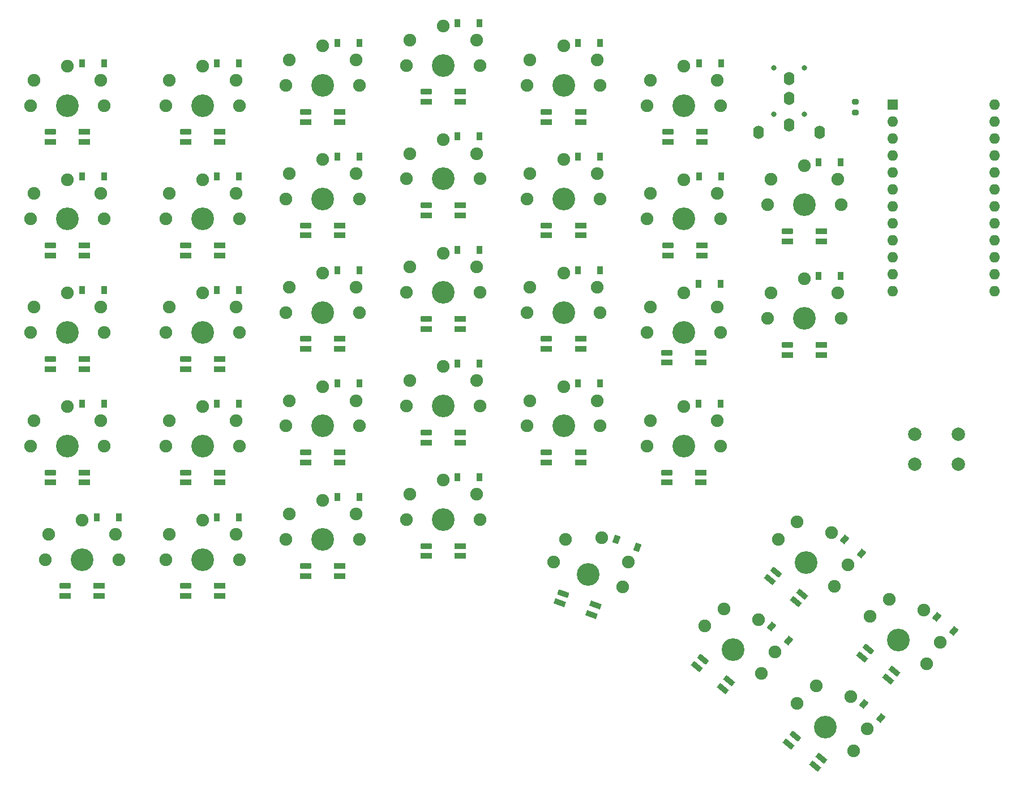
<source format=gbr>
%TF.GenerationSoftware,KiCad,Pcbnew,(6.0.5)*%
%TF.CreationDate,2022-05-24T22:08:53+02:00*%
%TF.ProjectId,LPKeyboard,4c504b65-7962-46f6-9172-642e6b696361,rev?*%
%TF.SameCoordinates,Original*%
%TF.FileFunction,Soldermask,Bot*%
%TF.FilePolarity,Negative*%
%FSLAX46Y46*%
G04 Gerber Fmt 4.6, Leading zero omitted, Abs format (unit mm)*
G04 Created by KiCad (PCBNEW (6.0.5)) date 2022-05-24 22:08:53*
%MOMM*%
%LPD*%
G01*
G04 APERTURE LIST*
G04 Aperture macros list*
%AMRoundRect*
0 Rectangle with rounded corners*
0 $1 Rounding radius*
0 $2 $3 $4 $5 $6 $7 $8 $9 X,Y pos of 4 corners*
0 Add a 4 corners polygon primitive as box body*
4,1,4,$2,$3,$4,$5,$6,$7,$8,$9,$2,$3,0*
0 Add four circle primitives for the rounded corners*
1,1,$1+$1,$2,$3*
1,1,$1+$1,$4,$5*
1,1,$1+$1,$6,$7*
1,1,$1+$1,$8,$9*
0 Add four rect primitives between the rounded corners*
20,1,$1+$1,$2,$3,$4,$5,0*
20,1,$1+$1,$4,$5,$6,$7,0*
20,1,$1+$1,$6,$7,$8,$9,0*
20,1,$1+$1,$8,$9,$2,$3,0*%
%AMRotRect*
0 Rectangle, with rotation*
0 The origin of the aperture is its center*
0 $1 length*
0 $2 width*
0 $3 Rotation angle, in degrees counterclockwise*
0 Add horizontal line*
21,1,$1,$2,0,0,$3*%
G04 Aperture macros list end*
%ADD10C,3.400000*%
%ADD11C,1.900000*%
%ADD12R,1.600000X1.600000*%
%ADD13O,1.600000X1.600000*%
%ADD14C,2.000000*%
%ADD15C,0.800000*%
%ADD16O,1.600000X2.000000*%
%ADD17R,1.700000X0.820000*%
%ADD18RoundRect,0.205000X0.645000X0.205000X-0.645000X0.205000X-0.645000X-0.205000X0.645000X-0.205000X0*%
%ADD19R,0.900000X1.200000*%
%ADD20RotRect,0.900000X1.200000X140.000000*%
%ADD21RotRect,1.700000X0.820000X140.000000*%
%ADD22RoundRect,0.205000X0.625870X-0.257559X-0.362327X0.571637X-0.625870X0.257559X0.362327X-0.571637X0*%
%ADD23RotRect,1.700000X0.820000X160.000000*%
%ADD24RoundRect,0.205000X0.676216X-0.027966X-0.535988X0.413240X-0.676216X0.027966X0.535988X-0.413240X0*%
%ADD25RoundRect,0.200000X0.275000X-0.200000X0.275000X0.200000X-0.275000X0.200000X-0.275000X-0.200000X0*%
%ADD26RotRect,0.900000X1.200000X160.000000*%
G04 APERTURE END LIST*
D10*
%TO.C,SW28*%
X139597500Y-77564400D03*
D11*
X134097500Y-77564400D03*
X145097500Y-77564400D03*
X139597500Y-71664400D03*
X144597500Y-73764400D03*
X134597500Y-73764400D03*
%TD*%
%TO.C,SW31*%
X151188790Y-145599140D03*
D10*
X146975546Y-142063808D03*
D11*
X142762302Y-138528476D03*
X150767993Y-137544146D03*
X153248361Y-142366777D03*
X145587917Y-135938901D03*
%TD*%
%TO.C,SW20*%
X109097500Y-105564400D03*
X98097500Y-105564400D03*
D10*
X103597500Y-105564400D03*
D11*
X103597500Y-99664400D03*
X98597500Y-101764400D03*
X108597500Y-101764400D03*
%TD*%
%TO.C,SW17*%
X109097500Y-54564400D03*
X98097500Y-54564400D03*
D10*
X103597500Y-54564400D03*
D11*
X103597500Y-48664400D03*
X98597500Y-50764400D03*
X108597500Y-50764400D03*
%TD*%
%TO.C,SW8*%
X72597500Y-73764400D03*
X62597500Y-73764400D03*
X67597500Y-71664400D03*
D10*
X67597500Y-77564400D03*
D11*
X73097500Y-77564400D03*
X62097500Y-77564400D03*
%TD*%
D12*
%TO.C,A1*%
X170825000Y-60432500D03*
D13*
X170825000Y-62972500D03*
X170825000Y-65512500D03*
X170825000Y-68052500D03*
X170825000Y-70592500D03*
X170825000Y-73132500D03*
X170825000Y-75672500D03*
X170825000Y-78212500D03*
X170825000Y-80752500D03*
X170825000Y-83292500D03*
X170825000Y-85832500D03*
X170825000Y-88372500D03*
X186065000Y-88372500D03*
X186065000Y-85832500D03*
X186065000Y-83292500D03*
X186065000Y-80752500D03*
X186065000Y-78212500D03*
X186065000Y-75672500D03*
X186065000Y-73132500D03*
X186065000Y-70592500D03*
X186065000Y-68052500D03*
X186065000Y-65512500D03*
X186065000Y-62972500D03*
X186065000Y-60432500D03*
%TD*%
D11*
%TO.C,SW19*%
X98097500Y-88564400D03*
X109097500Y-88564400D03*
D10*
X103597500Y-88564400D03*
D11*
X103597500Y-82664400D03*
X98597500Y-84764400D03*
X108597500Y-84764400D03*
%TD*%
%TO.C,SW21*%
X109097500Y-122564400D03*
D10*
X103597500Y-122564400D03*
D11*
X98097500Y-122564400D03*
X103597500Y-116664400D03*
X108597500Y-118764400D03*
X98597500Y-118764400D03*
%TD*%
%TO.C,SW23*%
X116097500Y-74564400D03*
X127097500Y-74564400D03*
D10*
X121597500Y-74564400D03*
D11*
X121597500Y-68664400D03*
X126597500Y-70764400D03*
X116597500Y-70764400D03*
%TD*%
%TO.C,SW2*%
X41910000Y-60564400D03*
X52910000Y-60564400D03*
D10*
X47410000Y-60564400D03*
D11*
X47410000Y-54664400D03*
X52410000Y-56764400D03*
X42410000Y-56764400D03*
%TD*%
%TO.C,SW3*%
X41910000Y-77564400D03*
D10*
X47410000Y-77564400D03*
D11*
X52910000Y-77564400D03*
X47410000Y-71664400D03*
X52410000Y-73764400D03*
X42410000Y-73764400D03*
%TD*%
%TO.C,SW16*%
X91097500Y-125564400D03*
D10*
X85597500Y-125564400D03*
D11*
X80097500Y-125564400D03*
X85597500Y-119664400D03*
X90597500Y-121764400D03*
X80597500Y-121764400D03*
%TD*%
D10*
%TO.C,SW7*%
X67597500Y-60564400D03*
D11*
X73097500Y-60564400D03*
X62097500Y-60564400D03*
X67597500Y-54664400D03*
X72597500Y-56764400D03*
X62597500Y-56764400D03*
%TD*%
%TO.C,SW13*%
X80097500Y-74564400D03*
X91097500Y-74564400D03*
D10*
X85597500Y-74564400D03*
D11*
X85597500Y-68664400D03*
X90597500Y-70764400D03*
X80597500Y-70764400D03*
%TD*%
%TO.C,SW10*%
X62097500Y-111564400D03*
X73097500Y-111564400D03*
D10*
X67597500Y-111564400D03*
D11*
X67597500Y-105664400D03*
X62597500Y-107764400D03*
X72597500Y-107764400D03*
%TD*%
%TO.C,SW34*%
X162116179Y-132576384D03*
D10*
X157902935Y-129041052D03*
D11*
X153689691Y-125505720D03*
X161695382Y-124521390D03*
X164175750Y-129344021D03*
X156515306Y-122916145D03*
%TD*%
D10*
%TO.C,SW30*%
X139597500Y-111564400D03*
D11*
X134097500Y-111564400D03*
X145097500Y-111564400D03*
X139597500Y-105664400D03*
X144597500Y-107764400D03*
X134597500Y-107764400D03*
%TD*%
D10*
%TO.C,SW11*%
X67597500Y-128564400D03*
D11*
X62097500Y-128564400D03*
X73097500Y-128564400D03*
X67597500Y-122664400D03*
X62597500Y-124764400D03*
X72597500Y-124764400D03*
%TD*%
%TO.C,SW24*%
X127097500Y-91564400D03*
D10*
X121597500Y-91564400D03*
D11*
X116097500Y-91564400D03*
X121597500Y-85664400D03*
X116597500Y-87764400D03*
X126597500Y-87764400D03*
%TD*%
%TO.C,SW4*%
X41910000Y-94564400D03*
X52910000Y-94564400D03*
D10*
X47410000Y-94564400D03*
D11*
X47410000Y-88664400D03*
X52410000Y-90764400D03*
X42410000Y-90764400D03*
%TD*%
D10*
%TO.C,SW12*%
X85597500Y-57564400D03*
D11*
X80097500Y-57564400D03*
X91097500Y-57564400D03*
X85597500Y-51664400D03*
X90597500Y-53764400D03*
X80597500Y-53764400D03*
%TD*%
%TO.C,SW32*%
X163097500Y-75439400D03*
D10*
X157597500Y-75439400D03*
D11*
X152097500Y-75439400D03*
X157597500Y-69539400D03*
X162597500Y-71639400D03*
X152597500Y-71639400D03*
%TD*%
D14*
%TO.C,SW1*%
X174143600Y-109814800D03*
X180643600Y-109814800D03*
X174143600Y-114314800D03*
X180643600Y-114314800D03*
%TD*%
D11*
%TO.C,SW9*%
X62097500Y-94564400D03*
X73097500Y-94564400D03*
D10*
X67597500Y-94564400D03*
D11*
X67597500Y-88664400D03*
X62597500Y-90764400D03*
X72597500Y-90764400D03*
%TD*%
D10*
%TO.C,SW25*%
X121597500Y-108564400D03*
D11*
X116097500Y-108564400D03*
X127097500Y-108564400D03*
X121597500Y-102664400D03*
X126597500Y-104764400D03*
X116597500Y-104764400D03*
%TD*%
%TO.C,SW15*%
X80097500Y-108564400D03*
X91097500Y-108564400D03*
D10*
X85597500Y-108564400D03*
D11*
X85597500Y-102664400D03*
X80597500Y-104764400D03*
X90597500Y-104764400D03*
%TD*%
D10*
%TO.C,SW22*%
X121597500Y-57564400D03*
D11*
X127097500Y-57564400D03*
X116097500Y-57564400D03*
X121597500Y-51664400D03*
X126597500Y-53764400D03*
X116597500Y-53764400D03*
%TD*%
%TO.C,SW5*%
X52910000Y-111564400D03*
X41910000Y-111564400D03*
D10*
X47410000Y-111564400D03*
D11*
X47410000Y-105664400D03*
X52410000Y-107764400D03*
X42410000Y-107764400D03*
%TD*%
%TO.C,SW29*%
X134097500Y-94564400D03*
D10*
X139597500Y-94564400D03*
D11*
X145097500Y-94564400D03*
X139597500Y-88664400D03*
X134597500Y-90764400D03*
X144597500Y-90764400D03*
%TD*%
D10*
%TO.C,SW35*%
X171691735Y-140611229D03*
D11*
X167478491Y-137075897D03*
X175904979Y-144146561D03*
X175484182Y-136091567D03*
X177964550Y-140914198D03*
X170304106Y-134486322D03*
%TD*%
%TO.C,SW27*%
X145097500Y-60564400D03*
X134097500Y-60564400D03*
D10*
X139597500Y-60564400D03*
D11*
X139597500Y-54664400D03*
X134597500Y-56764400D03*
X144597500Y-56764400D03*
%TD*%
%TO.C,SW33*%
X152097500Y-92439400D03*
D10*
X157597500Y-92439400D03*
D11*
X163097500Y-92439400D03*
X157597500Y-86539400D03*
X162597500Y-88639400D03*
X152597500Y-88639400D03*
%TD*%
%TO.C,SW18*%
X109097500Y-71564400D03*
X98097500Y-71564400D03*
D10*
X103597500Y-71564400D03*
D11*
X103597500Y-65664400D03*
X98597500Y-67764400D03*
X108597500Y-67764400D03*
%TD*%
D15*
%TO.C,J1*%
X153035000Y-61907500D03*
X153035000Y-54907500D03*
D16*
X150735000Y-64607500D03*
X155335000Y-59507500D03*
X155335000Y-56507500D03*
X155335000Y-63507500D03*
%TD*%
D10*
%TO.C,SW26*%
X125307184Y-130799454D03*
D11*
X130475493Y-132680565D03*
X120138875Y-128918343D03*
X127325103Y-125255268D03*
X121908397Y-125518521D03*
X131305324Y-128938723D03*
%TD*%
%TO.C,SW6*%
X44097500Y-128564400D03*
D10*
X49597500Y-128564400D03*
D11*
X55097500Y-128564400D03*
X49597500Y-122664400D03*
X44597500Y-124764400D03*
X54597500Y-124764400D03*
%TD*%
D10*
%TO.C,SW36*%
X160764346Y-153633985D03*
D11*
X156551102Y-150098653D03*
X164977590Y-157169317D03*
X164556793Y-149114323D03*
X167037161Y-153936954D03*
X159376717Y-147509078D03*
%TD*%
%TO.C,SW14*%
X80097500Y-91564400D03*
X91097500Y-91564400D03*
D10*
X85597500Y-91564400D03*
D11*
X85597500Y-85664400D03*
X90597500Y-87764400D03*
X80597500Y-87764400D03*
%TD*%
D17*
%TO.C,D24*%
X124142764Y-114027565D03*
X124142764Y-112527565D03*
D18*
X119042764Y-112527565D03*
D17*
X119042764Y-114027565D03*
%TD*%
%TO.C,D1*%
X49955264Y-66027565D03*
X49955264Y-64527565D03*
D18*
X44855264Y-64527565D03*
D17*
X44855264Y-66027565D03*
%TD*%
D19*
%TO.C,D47*%
X91057500Y-68214400D03*
X87757500Y-68214400D03*
%TD*%
%TO.C,D56*%
X127057500Y-51214400D03*
X123757500Y-51214400D03*
%TD*%
D15*
%TO.C,J1*%
X157642915Y-54911819D03*
X157642915Y-61911819D03*
D16*
X159942915Y-64611819D03*
X155342915Y-59511819D03*
X155342915Y-56511819D03*
X155342915Y-63511819D03*
%TD*%
D19*
%TO.C,D41*%
X73057500Y-54214400D03*
X69757500Y-54214400D03*
%TD*%
D17*
%TO.C,D10*%
X70142764Y-134027565D03*
X70142764Y-132527565D03*
D18*
X65042764Y-132527565D03*
D17*
X65042764Y-134027565D03*
%TD*%
D19*
%TO.C,D57*%
X127057500Y-68214400D03*
X123757500Y-68214400D03*
%TD*%
%TO.C,D45*%
X73057500Y-122214400D03*
X69757500Y-122214400D03*
%TD*%
D17*
%TO.C,D26*%
X142292764Y-66027565D03*
X142292764Y-64527565D03*
D18*
X137192764Y-64527565D03*
D17*
X137192764Y-66027565D03*
%TD*%
%TO.C,D21*%
X124142764Y-63027565D03*
X124142764Y-61527565D03*
D18*
X119042764Y-61527565D03*
D17*
X119042764Y-63027565D03*
%TD*%
D19*
%TO.C,D51*%
X109057500Y-48214400D03*
X105757500Y-48214400D03*
%TD*%
%TO.C,D39*%
X52870000Y-105214400D03*
X49570000Y-105214400D03*
%TD*%
D17*
%TO.C,D12*%
X88142764Y-80027565D03*
X88142764Y-78527565D03*
D18*
X83042764Y-78527565D03*
D17*
X83042764Y-80027565D03*
%TD*%
D19*
%TO.C,D48*%
X91057500Y-85214400D03*
X87757500Y-85214400D03*
%TD*%
%TO.C,D59*%
X127057500Y-102214400D03*
X123757500Y-102214400D03*
%TD*%
D20*
%TO.C,D65*%
X155239850Y-140709047D03*
X152711904Y-138587847D03*
%TD*%
D19*
%TO.C,D36*%
X52870000Y-54214400D03*
X49570000Y-54214400D03*
%TD*%
D17*
%TO.C,D6*%
X70142764Y-66027565D03*
X70142764Y-64527565D03*
D18*
X65042764Y-64527565D03*
D17*
X65042764Y-66027565D03*
%TD*%
%TO.C,D18*%
X106142764Y-94027565D03*
X106142764Y-92527565D03*
D18*
X101042764Y-92527565D03*
D17*
X101042764Y-94027565D03*
%TD*%
D19*
%TO.C,D42*%
X73057500Y-71214400D03*
X69757500Y-71214400D03*
%TD*%
D17*
%TO.C,D22*%
X124142764Y-80027565D03*
X124142764Y-78527565D03*
D18*
X119042764Y-78527565D03*
D17*
X119042764Y-80027565D03*
%TD*%
%TO.C,D13*%
X88142764Y-97027565D03*
X88142764Y-95527565D03*
D18*
X83042764Y-95527565D03*
D17*
X83042764Y-97027565D03*
%TD*%
%TO.C,D23*%
X124142764Y-97027565D03*
X124142764Y-95527565D03*
D18*
X119042764Y-95527565D03*
D17*
X119042764Y-97027565D03*
%TD*%
D19*
%TO.C,D62*%
X145207500Y-71214400D03*
X141907500Y-71214400D03*
%TD*%
D17*
%TO.C,D16*%
X106142764Y-60027565D03*
X106142764Y-58527565D03*
D18*
X101042764Y-58527565D03*
D17*
X101042764Y-60027565D03*
%TD*%
%TO.C,D11*%
X88142764Y-63027565D03*
X88142764Y-61527565D03*
D18*
X83042764Y-61527565D03*
D17*
X83042764Y-63027565D03*
%TD*%
D19*
%TO.C,D50*%
X91057500Y-119214400D03*
X87757500Y-119214400D03*
%TD*%
D17*
%TO.C,D19*%
X106142764Y-111027565D03*
X106142764Y-109527565D03*
D18*
X101042764Y-109527565D03*
D17*
X101042764Y-111027565D03*
%TD*%
D19*
%TO.C,D67*%
X163057500Y-86089400D03*
X159757500Y-86089400D03*
%TD*%
D17*
%TO.C,D17*%
X106142764Y-77027565D03*
X106142764Y-75527565D03*
D18*
X101042764Y-75527565D03*
D17*
X101042764Y-77027565D03*
%TD*%
D19*
%TO.C,D46*%
X91057500Y-51214400D03*
X87757500Y-51214400D03*
%TD*%
D17*
%TO.C,D2*%
X49955264Y-83027565D03*
X49955264Y-81527565D03*
D18*
X44855264Y-81527565D03*
D17*
X44855264Y-83027565D03*
%TD*%
D19*
%TO.C,D66*%
X163057500Y-69089400D03*
X159757500Y-69089400D03*
%TD*%
D17*
%TO.C,D7*%
X70142764Y-83027565D03*
X70142764Y-81527565D03*
D18*
X65042764Y-81527565D03*
D17*
X65042764Y-83027565D03*
%TD*%
%TO.C,D4*%
X49955264Y-117027565D03*
X49955264Y-115527565D03*
D18*
X44855264Y-115527565D03*
D17*
X44855264Y-117027565D03*
%TD*%
D21*
%TO.C,D35*%
X159199932Y-159457598D03*
X160164113Y-158308531D03*
D22*
X156257286Y-155030314D03*
D21*
X155293105Y-156179381D03*
%TD*%
D23*
%TO.C,D25*%
X125829387Y-136805167D03*
X126342417Y-135395628D03*
D24*
X121549985Y-133651325D03*
D23*
X121036955Y-135060864D03*
%TD*%
D19*
%TO.C,D43*%
X73057500Y-88214400D03*
X69757500Y-88214400D03*
%TD*%
D17*
%TO.C,D8*%
X70142764Y-100027565D03*
X70142764Y-98527565D03*
D18*
X65042764Y-98527565D03*
D17*
X65042764Y-100027565D03*
%TD*%
D19*
%TO.C,D55*%
X109057500Y-116214400D03*
X105757500Y-116214400D03*
%TD*%
%TO.C,D63*%
X145057500Y-87257400D03*
X141757500Y-87257400D03*
%TD*%
D21*
%TO.C,D34*%
X170127323Y-146434842D03*
X171091504Y-145285775D03*
D22*
X167184677Y-142007558D03*
D21*
X166220496Y-143156625D03*
%TD*%
%TO.C,D30*%
X145411133Y-147887421D03*
X146375314Y-146738354D03*
D22*
X142468487Y-143460137D03*
D21*
X141504306Y-144609204D03*
%TD*%
D17*
%TO.C,D14*%
X88142764Y-114027565D03*
X88142764Y-112527565D03*
D18*
X83042764Y-112527565D03*
D17*
X83042764Y-114027565D03*
%TD*%
D20*
%TO.C,D70*%
X169028649Y-152279223D03*
X166500703Y-150158023D03*
%TD*%
D19*
%TO.C,D58*%
X127057500Y-85214400D03*
X123757500Y-85214400D03*
%TD*%
D17*
%TO.C,D5*%
X52142764Y-134027565D03*
X52142764Y-132527565D03*
D18*
X47042764Y-132527565D03*
D17*
X47042764Y-134027565D03*
%TD*%
D25*
%TO.C,R1*%
X165252400Y-61632600D03*
X165252400Y-59982600D03*
%TD*%
D19*
%TO.C,D44*%
X73057500Y-105214400D03*
X69757500Y-105214400D03*
%TD*%
%TO.C,D40*%
X55057500Y-122214400D03*
X51757500Y-122214400D03*
%TD*%
%TO.C,D38*%
X52870000Y-88214400D03*
X49570000Y-88214400D03*
%TD*%
%TO.C,D37*%
X52870000Y-71214400D03*
X49570000Y-71214400D03*
%TD*%
D17*
%TO.C,D28*%
X142142764Y-99070565D03*
X142142764Y-97570565D03*
D18*
X137042764Y-97570565D03*
D17*
X137042764Y-99070565D03*
%TD*%
%TO.C,D31*%
X160142764Y-80902565D03*
X160142764Y-79402565D03*
D18*
X155042764Y-79402565D03*
D17*
X155042764Y-80902565D03*
%TD*%
D19*
%TO.C,D54*%
X109057500Y-99214400D03*
X105757500Y-99214400D03*
%TD*%
%TO.C,D49*%
X91057500Y-102214400D03*
X87757500Y-102214400D03*
%TD*%
D14*
%TO.C,SW1*%
X174143600Y-109814800D03*
X180643600Y-109814800D03*
X180643600Y-114314800D03*
X174143600Y-114314800D03*
%TD*%
D20*
%TO.C,D68*%
X166167239Y-127686291D03*
X163639293Y-125565091D03*
%TD*%
D17*
%TO.C,D20*%
X106142764Y-128027565D03*
X106142764Y-126527565D03*
D18*
X101042764Y-126527565D03*
D17*
X101042764Y-128027565D03*
%TD*%
D19*
%TO.C,D53*%
X109057500Y-82214400D03*
X105757500Y-82214400D03*
%TD*%
D17*
%TO.C,D9*%
X70142764Y-117027565D03*
X70142764Y-115527565D03*
D18*
X65042764Y-115527565D03*
D17*
X65042764Y-117027565D03*
%TD*%
%TO.C,D32*%
X160142764Y-97902565D03*
X160142764Y-96402565D03*
D18*
X155042764Y-96402565D03*
D17*
X155042764Y-97902565D03*
%TD*%
%TO.C,D3*%
X49955264Y-100027565D03*
X49955264Y-98527565D03*
D18*
X44855264Y-98527565D03*
D17*
X44855264Y-100027565D03*
%TD*%
D19*
%TO.C,D61*%
X145207500Y-54214400D03*
X141907500Y-54214400D03*
%TD*%
%TO.C,D64*%
X145057500Y-105214400D03*
X141757500Y-105214400D03*
%TD*%
D17*
%TO.C,D29*%
X142142764Y-117027565D03*
X142142764Y-115527565D03*
D18*
X137042764Y-115527565D03*
D17*
X137042764Y-117027565D03*
%TD*%
%TO.C,D27*%
X142292764Y-83027565D03*
X142292764Y-81527565D03*
D18*
X137192764Y-81527565D03*
D17*
X137192764Y-83027565D03*
%TD*%
D19*
%TO.C,D52*%
X109057500Y-65214400D03*
X105757500Y-65214400D03*
%TD*%
D26*
%TO.C,D60*%
X132609734Y-126699836D03*
X129508748Y-125571170D03*
%TD*%
D17*
%TO.C,D15*%
X88142764Y-131027565D03*
X88142764Y-129527565D03*
D18*
X83042764Y-129527565D03*
D17*
X83042764Y-131027565D03*
%TD*%
D21*
%TO.C,D33*%
X156338522Y-134864664D03*
X157302703Y-133715597D03*
D22*
X153395876Y-130437380D03*
D21*
X152431695Y-131586447D03*
%TD*%
D20*
%TO.C,D69*%
X179956039Y-139256468D03*
X177428093Y-137135268D03*
%TD*%
M02*

</source>
